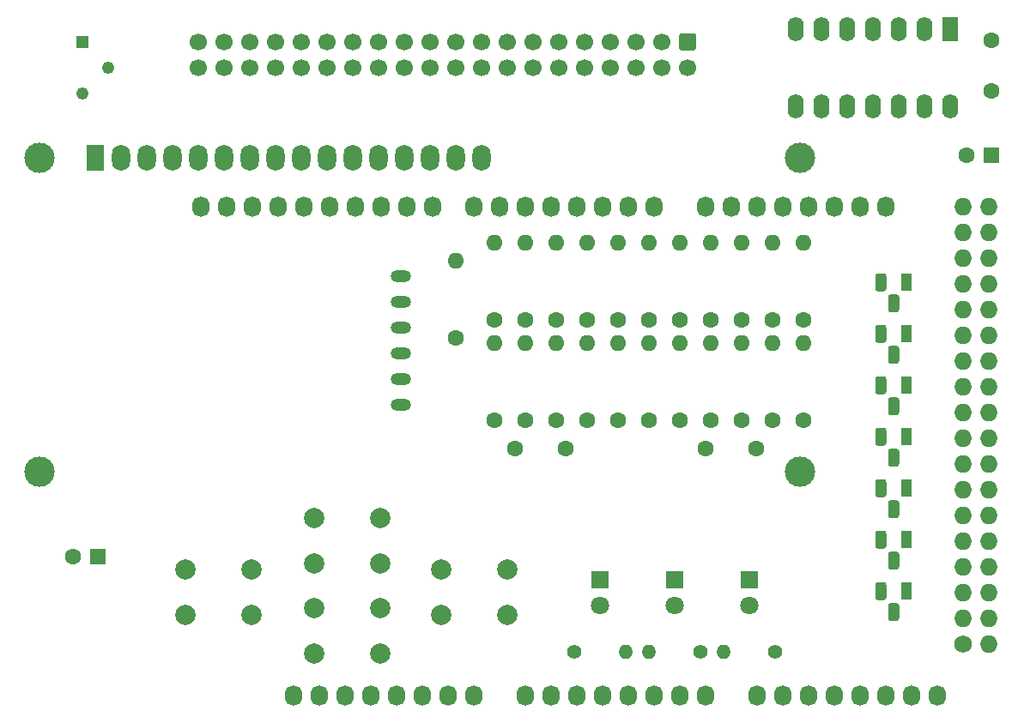
<source format=gbr>
%TF.GenerationSoftware,KiCad,Pcbnew,(5.1.9)-1*%
%TF.CreationDate,2022-05-22T22:27:41-05:00*%
%TF.ProjectId,rx02-emulator-mega-shield,72783032-2d65-46d7-956c-61746f722d6d,rev?*%
%TF.SameCoordinates,Original*%
%TF.FileFunction,Soldermask,Bot*%
%TF.FilePolarity,Negative*%
%FSLAX46Y46*%
G04 Gerber Fmt 4.6, Leading zero omitted, Abs format (unit mm)*
G04 Created by KiCad (PCBNEW (5.1.9)-1) date 2022-05-22 22:27:41*
%MOMM*%
%LPD*%
G01*
G04 APERTURE LIST*
%ADD10O,2.000000X1.200000*%
%ADD11R,1.100000X1.800000*%
%ADD12C,3.000000*%
%ADD13O,1.800000X2.600000*%
%ADD14R,1.800000X2.600000*%
%ADD15O,1.600000X1.600000*%
%ADD16C,1.600000*%
%ADD17C,2.000000*%
%ADD18O,1.400000X1.400000*%
%ADD19C,1.400000*%
%ADD20O,1.600000X2.400000*%
%ADD21R,1.600000X2.400000*%
%ADD22R,1.222000X1.222000*%
%ADD23C,1.222000*%
%ADD24C,1.700000*%
%ADD25C,1.800000*%
%ADD26R,1.800000X1.800000*%
%ADD27R,1.600000X1.600000*%
%ADD28C,1.727200*%
%ADD29O,1.727200X1.727200*%
%ADD30O,1.727200X2.032000*%
G04 APERTURE END LIST*
D10*
%TO.C,MOD1*%
X141881200Y-77770800D03*
X141881200Y-80310800D03*
X141881200Y-82850800D03*
X141881200Y-85390800D03*
X141881200Y-87930800D03*
X141881200Y-90470800D03*
%TD*%
D11*
%TO.C,Q7*%
X191770000Y-78340000D03*
G36*
G01*
X189780000Y-77715000D02*
X189780000Y-78965000D01*
G75*
G02*
X189505000Y-79240000I-275000J0D01*
G01*
X188955000Y-79240000D01*
G75*
G02*
X188680000Y-78965000I0J275000D01*
G01*
X188680000Y-77715000D01*
G75*
G02*
X188955000Y-77440000I275000J0D01*
G01*
X189505000Y-77440000D01*
G75*
G02*
X189780000Y-77715000I0J-275000D01*
G01*
G37*
G36*
G01*
X191050000Y-79785000D02*
X191050000Y-81035000D01*
G75*
G02*
X190775000Y-81310000I-275000J0D01*
G01*
X190225000Y-81310000D01*
G75*
G02*
X189950000Y-81035000I0J275000D01*
G01*
X189950000Y-79785000D01*
G75*
G02*
X190225000Y-79510000I275000J0D01*
G01*
X190775000Y-79510000D01*
G75*
G02*
X191050000Y-79785000I0J-275000D01*
G01*
G37*
%TD*%
%TO.C,Q6*%
X191770000Y-83420000D03*
G36*
G01*
X189780000Y-82795000D02*
X189780000Y-84045000D01*
G75*
G02*
X189505000Y-84320000I-275000J0D01*
G01*
X188955000Y-84320000D01*
G75*
G02*
X188680000Y-84045000I0J275000D01*
G01*
X188680000Y-82795000D01*
G75*
G02*
X188955000Y-82520000I275000J0D01*
G01*
X189505000Y-82520000D01*
G75*
G02*
X189780000Y-82795000I0J-275000D01*
G01*
G37*
G36*
G01*
X191050000Y-84865000D02*
X191050000Y-86115000D01*
G75*
G02*
X190775000Y-86390000I-275000J0D01*
G01*
X190225000Y-86390000D01*
G75*
G02*
X189950000Y-86115000I0J275000D01*
G01*
X189950000Y-84865000D01*
G75*
G02*
X190225000Y-84590000I275000J0D01*
G01*
X190775000Y-84590000D01*
G75*
G02*
X191050000Y-84865000I0J-275000D01*
G01*
G37*
%TD*%
%TO.C,Q5*%
X191770000Y-93580000D03*
G36*
G01*
X189780000Y-92955000D02*
X189780000Y-94205000D01*
G75*
G02*
X189505000Y-94480000I-275000J0D01*
G01*
X188955000Y-94480000D01*
G75*
G02*
X188680000Y-94205000I0J275000D01*
G01*
X188680000Y-92955000D01*
G75*
G02*
X188955000Y-92680000I275000J0D01*
G01*
X189505000Y-92680000D01*
G75*
G02*
X189780000Y-92955000I0J-275000D01*
G01*
G37*
G36*
G01*
X191050000Y-95025000D02*
X191050000Y-96275000D01*
G75*
G02*
X190775000Y-96550000I-275000J0D01*
G01*
X190225000Y-96550000D01*
G75*
G02*
X189950000Y-96275000I0J275000D01*
G01*
X189950000Y-95025000D01*
G75*
G02*
X190225000Y-94750000I275000J0D01*
G01*
X190775000Y-94750000D01*
G75*
G02*
X191050000Y-95025000I0J-275000D01*
G01*
G37*
%TD*%
%TO.C,Q4*%
X191770000Y-88500000D03*
G36*
G01*
X189780000Y-87875000D02*
X189780000Y-89125000D01*
G75*
G02*
X189505000Y-89400000I-275000J0D01*
G01*
X188955000Y-89400000D01*
G75*
G02*
X188680000Y-89125000I0J275000D01*
G01*
X188680000Y-87875000D01*
G75*
G02*
X188955000Y-87600000I275000J0D01*
G01*
X189505000Y-87600000D01*
G75*
G02*
X189780000Y-87875000I0J-275000D01*
G01*
G37*
G36*
G01*
X191050000Y-89945000D02*
X191050000Y-91195000D01*
G75*
G02*
X190775000Y-91470000I-275000J0D01*
G01*
X190225000Y-91470000D01*
G75*
G02*
X189950000Y-91195000I0J275000D01*
G01*
X189950000Y-89945000D01*
G75*
G02*
X190225000Y-89670000I275000J0D01*
G01*
X190775000Y-89670000D01*
G75*
G02*
X191050000Y-89945000I0J-275000D01*
G01*
G37*
%TD*%
%TO.C,Q3*%
X191770000Y-98660000D03*
G36*
G01*
X189780000Y-98035000D02*
X189780000Y-99285000D01*
G75*
G02*
X189505000Y-99560000I-275000J0D01*
G01*
X188955000Y-99560000D01*
G75*
G02*
X188680000Y-99285000I0J275000D01*
G01*
X188680000Y-98035000D01*
G75*
G02*
X188955000Y-97760000I275000J0D01*
G01*
X189505000Y-97760000D01*
G75*
G02*
X189780000Y-98035000I0J-275000D01*
G01*
G37*
G36*
G01*
X191050000Y-100105000D02*
X191050000Y-101355000D01*
G75*
G02*
X190775000Y-101630000I-275000J0D01*
G01*
X190225000Y-101630000D01*
G75*
G02*
X189950000Y-101355000I0J275000D01*
G01*
X189950000Y-100105000D01*
G75*
G02*
X190225000Y-99830000I275000J0D01*
G01*
X190775000Y-99830000D01*
G75*
G02*
X191050000Y-100105000I0J-275000D01*
G01*
G37*
%TD*%
%TO.C,Q2*%
X191770000Y-108820000D03*
G36*
G01*
X189780000Y-108195000D02*
X189780000Y-109445000D01*
G75*
G02*
X189505000Y-109720000I-275000J0D01*
G01*
X188955000Y-109720000D01*
G75*
G02*
X188680000Y-109445000I0J275000D01*
G01*
X188680000Y-108195000D01*
G75*
G02*
X188955000Y-107920000I275000J0D01*
G01*
X189505000Y-107920000D01*
G75*
G02*
X189780000Y-108195000I0J-275000D01*
G01*
G37*
G36*
G01*
X191050000Y-110265000D02*
X191050000Y-111515000D01*
G75*
G02*
X190775000Y-111790000I-275000J0D01*
G01*
X190225000Y-111790000D01*
G75*
G02*
X189950000Y-111515000I0J275000D01*
G01*
X189950000Y-110265000D01*
G75*
G02*
X190225000Y-109990000I275000J0D01*
G01*
X190775000Y-109990000D01*
G75*
G02*
X191050000Y-110265000I0J-275000D01*
G01*
G37*
%TD*%
%TO.C,Q1*%
X191770000Y-103740000D03*
G36*
G01*
X189780000Y-103115000D02*
X189780000Y-104365000D01*
G75*
G02*
X189505000Y-104640000I-275000J0D01*
G01*
X188955000Y-104640000D01*
G75*
G02*
X188680000Y-104365000I0J275000D01*
G01*
X188680000Y-103115000D01*
G75*
G02*
X188955000Y-102840000I275000J0D01*
G01*
X189505000Y-102840000D01*
G75*
G02*
X189780000Y-103115000I0J-275000D01*
G01*
G37*
G36*
G01*
X191050000Y-105185000D02*
X191050000Y-106435000D01*
G75*
G02*
X190775000Y-106710000I-275000J0D01*
G01*
X190225000Y-106710000D01*
G75*
G02*
X189950000Y-106435000I0J275000D01*
G01*
X189950000Y-105185000D01*
G75*
G02*
X190225000Y-104910000I275000J0D01*
G01*
X190775000Y-104910000D01*
G75*
G02*
X191050000Y-105185000I0J-275000D01*
G01*
G37*
%TD*%
D12*
%TO.C,DS1*%
X181260000Y-66040000D03*
X181259480Y-97040700D03*
X106260900Y-97040700D03*
X106260900Y-66040000D03*
D13*
X149860000Y-66040000D03*
X147320000Y-66040000D03*
X144780000Y-66040000D03*
X142240000Y-66040000D03*
X139700000Y-66040000D03*
X137160000Y-66040000D03*
X134620000Y-66040000D03*
X132080000Y-66040000D03*
X129540000Y-66040000D03*
X127000000Y-66040000D03*
X124460000Y-66040000D03*
X121920000Y-66040000D03*
X119380000Y-66040000D03*
X116840000Y-66040000D03*
X114300000Y-66040000D03*
D14*
X111760000Y-66040000D03*
%TD*%
D15*
%TO.C,R23*%
X181610000Y-84328000D03*
D16*
X181610000Y-91948000D03*
%TD*%
D15*
%TO.C,R20*%
X178562000Y-84328000D03*
D16*
X178562000Y-91948000D03*
%TD*%
D15*
%TO.C,R18*%
X175514000Y-84328000D03*
D16*
X175514000Y-91948000D03*
%TD*%
D15*
%TO.C,R16*%
X172466000Y-84328000D03*
D16*
X172466000Y-91948000D03*
%TD*%
D15*
%TO.C,R14*%
X169418000Y-84328000D03*
D16*
X169418000Y-91948000D03*
%TD*%
D15*
%TO.C,R12*%
X166370000Y-84328000D03*
D16*
X166370000Y-91948000D03*
%TD*%
D15*
%TO.C,R10*%
X163322000Y-84328000D03*
D16*
X163322000Y-91948000D03*
%TD*%
D15*
%TO.C,R8*%
X160274000Y-84328000D03*
D16*
X160274000Y-91948000D03*
%TD*%
D15*
%TO.C,R6*%
X157226000Y-84328000D03*
D16*
X157226000Y-91948000D03*
%TD*%
D15*
%TO.C,R4*%
X154178000Y-84328000D03*
D16*
X154178000Y-91948000D03*
%TD*%
D15*
%TO.C,R2*%
X151130000Y-84328000D03*
D16*
X151130000Y-91948000D03*
%TD*%
D15*
%TO.C,R22*%
X181610000Y-74422000D03*
D16*
X181610000Y-82042000D03*
%TD*%
D15*
%TO.C,R19*%
X178562000Y-74422000D03*
D16*
X178562000Y-82042000D03*
%TD*%
D15*
%TO.C,R17*%
X175514000Y-74422000D03*
D16*
X175514000Y-82042000D03*
%TD*%
D15*
%TO.C,R15*%
X172466000Y-74422000D03*
D16*
X172466000Y-82042000D03*
%TD*%
D15*
%TO.C,R13*%
X169418000Y-74422000D03*
D16*
X169418000Y-82042000D03*
%TD*%
D15*
%TO.C,R11*%
X166370000Y-74422000D03*
D16*
X166370000Y-82042000D03*
%TD*%
D15*
%TO.C,R9*%
X163322000Y-74422000D03*
D16*
X163322000Y-82042000D03*
%TD*%
D15*
%TO.C,R7*%
X160274000Y-74422000D03*
D16*
X160274000Y-82042000D03*
%TD*%
D15*
%TO.C,R5*%
X157226000Y-74422000D03*
D16*
X157226000Y-82042000D03*
%TD*%
D15*
%TO.C,R3*%
X154178000Y-74422000D03*
D16*
X154178000Y-82042000D03*
%TD*%
D15*
%TO.C,R1*%
X151130000Y-74422000D03*
D16*
X151130000Y-82042000D03*
%TD*%
D15*
%TO.C,R21*%
X147320000Y-76200000D03*
D16*
X147320000Y-83820000D03*
%TD*%
D17*
%TO.C,SW2*%
X139850000Y-110490000D03*
X139850000Y-114990000D03*
X133350000Y-110490000D03*
X133350000Y-114990000D03*
%TD*%
D18*
%TO.C,R25*%
X166370000Y-114808000D03*
D19*
X171450000Y-114808000D03*
%TD*%
D20*
%TO.C,U1*%
X196088000Y-60960000D03*
X180848000Y-53340000D03*
X193548000Y-60960000D03*
X183388000Y-53340000D03*
X191008000Y-60960000D03*
X185928000Y-53340000D03*
X188468000Y-60960000D03*
X188468000Y-53340000D03*
X185928000Y-60960000D03*
X191008000Y-53340000D03*
X183388000Y-60960000D03*
X193548000Y-53340000D03*
X180848000Y-60960000D03*
D21*
X196088000Y-53340000D03*
%TD*%
D17*
%TO.C,SW4*%
X152400000Y-106680000D03*
X152400000Y-111180000D03*
X145900000Y-106680000D03*
X145900000Y-111180000D03*
%TD*%
%TO.C,SW3*%
X139850000Y-101600000D03*
X139850000Y-106100000D03*
X133350000Y-101600000D03*
X133350000Y-106100000D03*
%TD*%
%TO.C,SW1*%
X127150000Y-106680000D03*
X127150000Y-111180000D03*
X120650000Y-106680000D03*
X120650000Y-111180000D03*
%TD*%
D22*
%TO.C,RV1*%
X110490000Y-54610000D03*
D23*
X113030000Y-57150000D03*
X110490000Y-59690000D03*
%TD*%
D18*
%TO.C,R26*%
X173736000Y-114808000D03*
D19*
X178816000Y-114808000D03*
%TD*%
D18*
%TO.C,R24*%
X164084000Y-114808000D03*
D19*
X159004000Y-114808000D03*
%TD*%
D24*
%TO.C,J1*%
X121920000Y-57150000D03*
X124460000Y-57150000D03*
X127000000Y-57150000D03*
X129540000Y-57150000D03*
X132080000Y-57150000D03*
X134620000Y-57150000D03*
X137160000Y-57150000D03*
X139700000Y-57150000D03*
X142240000Y-57150000D03*
X144780000Y-57150000D03*
X147320000Y-57150000D03*
X149860000Y-57150000D03*
X152400000Y-57150000D03*
X154940000Y-57150000D03*
X157480000Y-57150000D03*
X160020000Y-57150000D03*
X162560000Y-57150000D03*
X165100000Y-57150000D03*
X167640000Y-57150000D03*
X170180000Y-57150000D03*
X121920000Y-54610000D03*
X124460000Y-54610000D03*
X127000000Y-54610000D03*
X129540000Y-54610000D03*
X132080000Y-54610000D03*
X134620000Y-54610000D03*
X137160000Y-54610000D03*
X139700000Y-54610000D03*
X142240000Y-54610000D03*
X144780000Y-54610000D03*
X147320000Y-54610000D03*
X149860000Y-54610000D03*
X152400000Y-54610000D03*
X154940000Y-54610000D03*
X157480000Y-54610000D03*
X160020000Y-54610000D03*
X162560000Y-54610000D03*
X165100000Y-54610000D03*
X167640000Y-54610000D03*
G36*
G01*
X169580000Y-53760000D02*
X170780000Y-53760000D01*
G75*
G02*
X171030000Y-54010000I0J-250000D01*
G01*
X171030000Y-55210000D01*
G75*
G02*
X170780000Y-55460000I-250000J0D01*
G01*
X169580000Y-55460000D01*
G75*
G02*
X169330000Y-55210000I0J250000D01*
G01*
X169330000Y-54010000D01*
G75*
G02*
X169580000Y-53760000I250000J0D01*
G01*
G37*
%TD*%
D25*
%TO.C,D3*%
X176276000Y-110236000D03*
D26*
X176276000Y-107696000D03*
%TD*%
D25*
%TO.C,D2*%
X168910000Y-110236000D03*
D26*
X168910000Y-107696000D03*
%TD*%
D25*
%TO.C,D1*%
X161544000Y-110236000D03*
D26*
X161544000Y-107696000D03*
%TD*%
D16*
%TO.C,C5*%
X158162000Y-94742000D03*
X153162000Y-94742000D03*
%TD*%
%TO.C,C4*%
X200152000Y-54436000D03*
X200152000Y-59436000D03*
%TD*%
%TO.C,C3*%
X171958000Y-94742000D03*
X176958000Y-94742000D03*
%TD*%
%TO.C,C2*%
X197652000Y-65786000D03*
D27*
X200152000Y-65786000D03*
%TD*%
D16*
%TO.C,C1*%
X109514000Y-105410000D03*
D27*
X112014000Y-105410000D03*
%TD*%
D28*
%TO.C,P1*%
X197358000Y-114046000D03*
D29*
X199898000Y-114046000D03*
X197358000Y-111506000D03*
X199898000Y-111506000D03*
X197358000Y-108966000D03*
X199898000Y-108966000D03*
X197358000Y-106426000D03*
X199898000Y-106426000D03*
X197358000Y-103886000D03*
X199898000Y-103886000D03*
X197358000Y-101346000D03*
X199898000Y-101346000D03*
X197358000Y-98806000D03*
X199898000Y-98806000D03*
X197358000Y-96266000D03*
X199898000Y-96266000D03*
X197358000Y-93726000D03*
X199898000Y-93726000D03*
X197358000Y-91186000D03*
X199898000Y-91186000D03*
X197358000Y-88646000D03*
X199898000Y-88646000D03*
X197358000Y-86106000D03*
X199898000Y-86106000D03*
X197358000Y-83566000D03*
X199898000Y-83566000D03*
X197358000Y-81026000D03*
X199898000Y-81026000D03*
X197358000Y-78486000D03*
X199898000Y-78486000D03*
X197358000Y-75946000D03*
X199898000Y-75946000D03*
X197358000Y-73406000D03*
X199898000Y-73406000D03*
X197358000Y-70866000D03*
X199898000Y-70866000D03*
%TD*%
D30*
%TO.C,P2*%
X131318000Y-119126000D03*
X133858000Y-119126000D03*
X136398000Y-119126000D03*
X138938000Y-119126000D03*
X141478000Y-119126000D03*
X144018000Y-119126000D03*
X146558000Y-119126000D03*
X149098000Y-119126000D03*
%TD*%
%TO.C,P3*%
X154178000Y-119126000D03*
X156718000Y-119126000D03*
X159258000Y-119126000D03*
X161798000Y-119126000D03*
X164338000Y-119126000D03*
X166878000Y-119126000D03*
X169418000Y-119126000D03*
X171958000Y-119126000D03*
%TD*%
%TO.C,P4*%
X177038000Y-119126000D03*
X179578000Y-119126000D03*
X182118000Y-119126000D03*
X184658000Y-119126000D03*
X187198000Y-119126000D03*
X189738000Y-119126000D03*
X192278000Y-119126000D03*
X194818000Y-119126000D03*
%TD*%
%TO.C,P5*%
X122174000Y-70866000D03*
X124714000Y-70866000D03*
X127254000Y-70866000D03*
X129794000Y-70866000D03*
X132334000Y-70866000D03*
X134874000Y-70866000D03*
X137414000Y-70866000D03*
X139954000Y-70866000D03*
X142494000Y-70866000D03*
X145034000Y-70866000D03*
%TD*%
%TO.C,P6*%
X149098000Y-70866000D03*
X151638000Y-70866000D03*
X154178000Y-70866000D03*
X156718000Y-70866000D03*
X159258000Y-70866000D03*
X161798000Y-70866000D03*
X164338000Y-70866000D03*
X166878000Y-70866000D03*
%TD*%
%TO.C,P7*%
X171958000Y-70866000D03*
X174498000Y-70866000D03*
X177038000Y-70866000D03*
X179578000Y-70866000D03*
X182118000Y-70866000D03*
X184658000Y-70866000D03*
X187198000Y-70866000D03*
X189738000Y-70866000D03*
%TD*%
M02*

</source>
